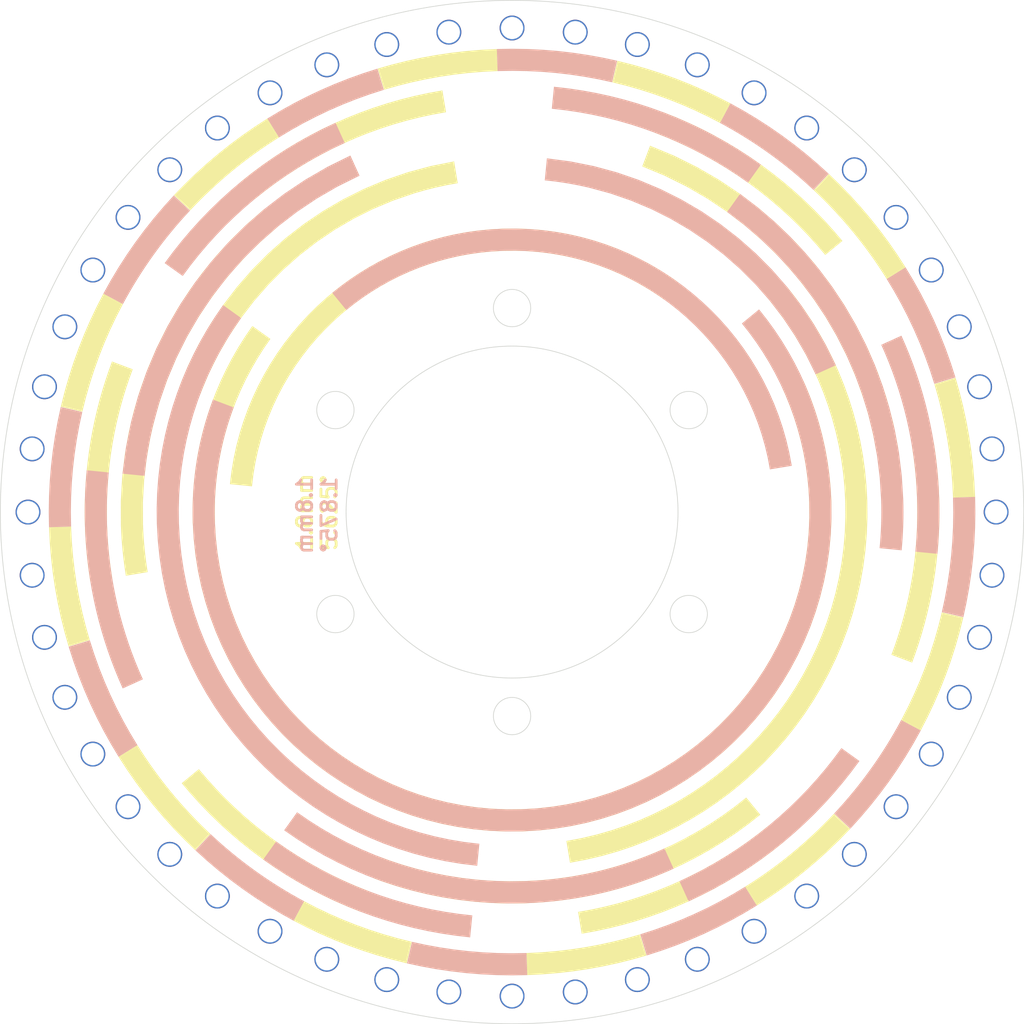
<source format=kicad_pcb>
(kicad_pcb (version 20240108) (generator "pcbnew") (generator_version "8.0")
  (title_block (title "Encoder Wheel 48") (date "${DATE}") (rev "2.1.1") (company "OpenFlap") (comment 1 "${GIT_TAG}") (comment 2 "Repo: github.com/ToonVanEyck/OpenFlap") (comment 3 "Designer: Toon Van Eyck"))
  (layers (0 "F.Cu" signal) (31 "B.Cu" signal) (34 "B.Paste" user) (35 "F.Paste" user) (36 "B.SilkS" user "B.Silkscreen") (37 "F.SilkS" user "F.Silkscreen") (38 "B.Mask" user) (39 "F.Mask" user) (44 "Edge.Cuts" user))
  (net 0 "")
  (footprint "EncoderPattern:OpenFlapEncoderPattern48_1.8mm" (layer "F.Cu") (at 101 100 1.875)
    (property "Reference" "ENC1" (hide yes))
    (property "Value" "OpenFlapEncoderPattern48_1.8mm" (hide yes))
  )
  (footprint "EncoderPattern:OpenFlapEncoderPattern48_1.8mm" (layer "B.Cu") (at 101 100 -178.125)
    (property "Reference" "ENC2" (hide yes))
    (property "Value" "OpenFlapEncoderPattern48_1.8mm" (hide yes))
  )
  (gr_circle (center 88.226125 107.375) (end 89.576125 107.375) (stroke (width 0.05)) (fill none) (layer "Edge.Cuts"))
  (gr_circle (center 101 100) (end 113 100) (stroke (width 0.05)) (fill none) (layer "Edge.Cuts"))
  (gr_circle (center 101 85.25) (end 102.35 85.25) (stroke (width 0.05)) (fill none) (layer "Edge.Cuts"))
  (gr_circle (center 113.773875 92.625) (end 115.123875 92.625) (stroke (width 0.05)) (fill none) (layer "Edge.Cuts"))
  (gr_circle (center 88.226125 92.625) (end 89.576125 92.625) (stroke (width 0.05)) (fill none) (layer "Edge.Cuts"))
  (gr_circle (center 101 100) (end 138 100) (stroke (width 0.05)) (fill none) (layer "Edge.Cuts"))
  (gr_circle (center 113.773875 107.375) (end 115.123875 107.375) (stroke (width 0.05)) (fill none) (layer "Edge.Cuts"))
  (gr_circle (center 101 114.75) (end 102.35 114.75) (stroke (width 0.05)) (fill none) (layer "Edge.Cuts"))
  (gr_text "1.8mm \n1.875°" (at 88.427 97.333 90) (layer "B.SilkS") (effects (font (size 1.1 1.1) (thickness 0.2) (bold yes)) (justify left bottom mirror)))
  (gr_text "1.8mm \n5.625°" (at 88.427 102.921 90) (layer "F.SilkS") (effects (font (size 1.1 1.1) (thickness 0.2) (bold yes)) (justify left bottom)))
  (via (at 118.5 130.310889) (size 1.8) (drill 1.6) (layers "F.Cu" "B.Cu") (net 0))
  (via (at 105.568417 134.70057) (size 1.8) (drill 1.6) (layers "F.Cu" "B.Cu") (net 0))
  (via (at 83.5 69.689111) (size 1.8) (drill 1.6) (layers "F.Cu" "B.Cu") (net 0))
  (via (at 83.5 130.310889) (size 1.8) (drill 1.6) (layers "F.Cu" "B.Cu") (net 0))
  (via (at 110.058667 133.807404) (size 1.8) (drill 1.6) (layers "F.Cu" "B.Cu") (net 0))
  (via (at 87.60608 132.335784) (size 1.8) (drill 1.6) (layers "F.Cu" "B.Cu") (net 0))
  (via (at 134.807404 90.941333) (size 1.8) (drill 1.6) (layers "F.Cu" "B.Cu") (net 0))
  (via (at 125.748737 75.251263) (size 1.8) (drill 1.6) (layers "F.Cu" "B.Cu") (net 0))
  (via (at 96.431583 65.29943) (size 1.8) (drill 1.6) (layers "F.Cu" "B.Cu") (net 0))
  (via (at 114.39392 67.664216) (size 1.8) (drill 1.6) (layers "F.Cu" "B.Cu") (net 0))
  (via (at 91.941333 133.807404) (size 1.8) (drill 1.6) (layers "F.Cu" "B.Cu") (net 0))
  (via (at 110.058667 66.192596) (size 1.8) (drill 1.6) (layers "F.Cu" "B.Cu") (net 0))
  (via (at 105.568417 65.29943) (size 1.8) (drill 1.6) (layers "F.Cu" "B.Cu") (net 0))
  (via (at 131.310889 82.5) (size 1.8) (drill 1.6) (layers "F.Cu" "B.Cu") (net 0))
  (via (at 128.767367 78.69335) (size 1.8) (drill 1.6) (layers "F.Cu" "B.Cu") (net 0))
  (via (at 114.39392 132.335784) (size 1.8) (drill 1.6) (layers "F.Cu" "B.Cu") (net 0))
  (via (at 79.69335 127.767367) (size 1.8) (drill 1.6) (layers "F.Cu" "B.Cu") (net 0))
  (via (at 68.664216 86.60608) (size 1.8) (drill 1.6) (layers "F.Cu" "B.Cu") (net 0))
  (via (at 68.664216 113.39392) (size 1.8) (drill 1.6) (layers "F.Cu" "B.Cu") (net 0))
  (via (at 134.807404 109.058667) (size 1.8) (drill 1.6) (layers "F.Cu" "B.Cu") (net 0))
  (via (at 101 135) (size 1.8) (drill 1.6) (layers "F.Cu" "B.Cu") (net 0))
  (via (at 79.69335 72.232633) (size 1.8) (drill 1.6) (layers "F.Cu" "B.Cu") (net 0))
  (via (at 118.5 69.689111) (size 1.8) (drill 1.6) (layers "F.Cu" "B.Cu") (net 0))
  (via (at 96.431583 134.70057) (size 1.8) (drill 1.6) (layers "F.Cu" "B.Cu") (net 0))
  (via (at 101 65) (size 1.8) (drill 1.6) (layers "F.Cu" "B.Cu") (net 0))
  (via (at 136 100) (size 1.8) (drill 1.6) (layers "F.Cu" "B.Cu") (net 0))
  (via (at 135.70057 95.431583) (size 1.8) (drill 1.6) (layers "F.Cu" "B.Cu") (net 0))
  (via (at 133.335784 113.39392) (size 1.8) (drill 1.6) (layers "F.Cu" "B.Cu") (net 0))
  (via (at 67.192596 90.941333) (size 1.8) (drill 1.6) (layers "F.Cu" "B.Cu") (net 0))
  (via (at 70.689111 82.5) (size 1.8) (drill 1.6) (layers "F.Cu" "B.Cu") (net 0))
  (via (at 67.192596 109.058667) (size 1.8) (drill 1.6) (layers "F.Cu" "B.Cu") (net 0))
  (via (at 70.689111 117.5) (size 1.8) (drill 1.6) (layers "F.Cu" "B.Cu") (net 0))
  (via (at 133.335784 86.60608) (size 1.8) (drill 1.6) (layers "F.Cu" "B.Cu") (net 0))
  (via (at 87.60608 67.664216) (size 1.8) (drill 1.6) (layers "F.Cu" "B.Cu") (net 0))
  (via (at 122.30665 72.232633) (size 1.8) (drill 1.6) (layers "F.Cu" "B.Cu") (net 0))
  (via (at 73.232633 121.30665) (size 1.8) (drill 1.6) (layers "F.Cu" "B.Cu") (net 0))
  (via (at 125.748737 124.748737) (size 1.8) (drill 1.6) (layers "F.Cu" "B.Cu") (net 0))
  (via (at 66.29943 104.568417) (size 1.8) (drill 1.6) (layers "F.Cu" "B.Cu") (net 0))
  (via (at 122.30665 127.767367) (size 1.8) (drill 1.6) (layers "F.Cu" "B.Cu") (net 0))
  (via (at 91.941333 66.192596) (size 1.8) (drill 1.6) (layers "F.Cu" "B.Cu") (net 0))
  (via (at 73.232633 78.69335) (size 1.8) (drill 1.6) (layers "F.Cu" "B.Cu") (net 0))
  (via (at 128.767367 121.30665) (size 1.8) (drill 1.6) (layers "F.Cu" "B.Cu") (net 0))
  (via (at 66.29943 95.431583) (size 1.8) (drill 1.6) (layers "F.Cu" "B.Cu") (net 0))
  (via (at 76.251263 75.251263) (size 1.8) (drill 1.6) (layers "F.Cu" "B.Cu") (net 0))
  (via (at 66 100) (size 1.8) (drill 1.6) (layers "F.Cu" "B.Cu") (net 0))
  (via (at 135.70057 104.568417) (size 1.8) (drill 1.6) (layers "F.Cu" "B.Cu") (net 0))
  (via (at 131.310889 117.5) (size 1.8) (drill 1.6) (layers "F.Cu" "B.Cu") (net 0))
  (via (at 76.251263 124.748737) (size 1.8) (drill 1.6) (layers "F.Cu" "B.Cu") (net 0))
)
</source>
